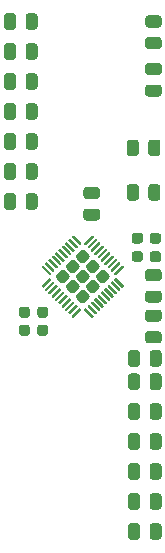
<source format=gtp>
G04 #@! TF.GenerationSoftware,KiCad,Pcbnew,(5.1.10)-1*
G04 #@! TF.CreationDate,2021-11-17T00:20:23+10:00*
G04 #@! TF.ProjectId,IS31FL3743x_Breakout,49533331-464c-4333-9734-33785f427265,rev?*
G04 #@! TF.SameCoordinates,Original*
G04 #@! TF.FileFunction,Paste,Top*
G04 #@! TF.FilePolarity,Positive*
%FSLAX46Y46*%
G04 Gerber Fmt 4.6, Leading zero omitted, Abs format (unit mm)*
G04 Created by KiCad (PCBNEW (5.1.10)-1) date 2021-11-17 00:20:23*
%MOMM*%
%LPD*%
G01*
G04 APERTURE LIST*
G04 APERTURE END LIST*
G36*
G01*
X98979999Y-101362948D02*
X98637052Y-101020001D01*
G75*
G02*
X98637052Y-100677055I171473J171473D01*
G01*
X98979999Y-100334108D01*
G75*
G02*
X99322945Y-100334108I171473J-171473D01*
G01*
X99665892Y-100677055D01*
G75*
G02*
X99665892Y-101020001I-171473J-171473D01*
G01*
X99322945Y-101362948D01*
G75*
G02*
X98979999Y-101362948I-171473J171473D01*
G01*
G37*
G36*
G01*
X98979999Y-99665892D02*
X98637052Y-99322945D01*
G75*
G02*
X98637052Y-98979999I171473J171473D01*
G01*
X98979999Y-98637052D01*
G75*
G02*
X99322945Y-98637052I171473J-171473D01*
G01*
X99665892Y-98979999D01*
G75*
G02*
X99665892Y-99322945I-171473J-171473D01*
G01*
X99322945Y-99665892D01*
G75*
G02*
X98979999Y-99665892I-171473J171473D01*
G01*
G37*
G36*
G01*
X99828527Y-102211476D02*
X99485580Y-101868529D01*
G75*
G02*
X99485580Y-101525583I171473J171473D01*
G01*
X99828527Y-101182636D01*
G75*
G02*
X100171473Y-101182636I171473J-171473D01*
G01*
X100514420Y-101525583D01*
G75*
G02*
X100514420Y-101868529I-171473J-171473D01*
G01*
X100171473Y-102211476D01*
G75*
G02*
X99828527Y-102211476I-171473J171473D01*
G01*
G37*
G36*
G01*
X98131471Y-100514420D02*
X97788524Y-100171473D01*
G75*
G02*
X97788524Y-99828527I171473J171473D01*
G01*
X98131471Y-99485580D01*
G75*
G02*
X98474417Y-99485580I171473J-171473D01*
G01*
X98817364Y-99828527D01*
G75*
G02*
X98817364Y-100171473I-171473J-171473D01*
G01*
X98474417Y-100514420D01*
G75*
G02*
X98131471Y-100514420I-171473J171473D01*
G01*
G37*
G36*
G01*
X99828527Y-100514420D02*
X99485580Y-100171473D01*
G75*
G02*
X99485580Y-99828527I171473J171473D01*
G01*
X99828527Y-99485580D01*
G75*
G02*
X100171473Y-99485580I171473J-171473D01*
G01*
X100514420Y-99828527D01*
G75*
G02*
X100514420Y-100171473I-171473J-171473D01*
G01*
X100171473Y-100514420D01*
G75*
G02*
X99828527Y-100514420I-171473J171473D01*
G01*
G37*
G36*
G01*
X100677055Y-101362948D02*
X100334108Y-101020001D01*
G75*
G02*
X100334108Y-100677055I171473J171473D01*
G01*
X100677055Y-100334108D01*
G75*
G02*
X101020001Y-100334108I171473J-171473D01*
G01*
X101362948Y-100677055D01*
G75*
G02*
X101362948Y-101020001I-171473J-171473D01*
G01*
X101020001Y-101362948D01*
G75*
G02*
X100677055Y-101362948I-171473J171473D01*
G01*
G37*
G36*
G01*
X99828527Y-98817364D02*
X99485580Y-98474417D01*
G75*
G02*
X99485580Y-98131471I171473J171473D01*
G01*
X99828527Y-97788524D01*
G75*
G02*
X100171473Y-97788524I171473J-171473D01*
G01*
X100514420Y-98131471D01*
G75*
G02*
X100514420Y-98474417I-171473J-171473D01*
G01*
X100171473Y-98817364D01*
G75*
G02*
X99828527Y-98817364I-171473J171473D01*
G01*
G37*
G36*
G01*
X100677055Y-99665892D02*
X100334108Y-99322945D01*
G75*
G02*
X100334108Y-98979999I171473J171473D01*
G01*
X100677055Y-98637052D01*
G75*
G02*
X101020001Y-98637052I171473J-171473D01*
G01*
X101362948Y-98979999D01*
G75*
G02*
X101362948Y-99322945I-171473J-171473D01*
G01*
X101020001Y-99665892D01*
G75*
G02*
X100677055Y-99665892I-171473J171473D01*
G01*
G37*
G36*
G01*
X101525583Y-100514420D02*
X101182636Y-100171473D01*
G75*
G02*
X101182636Y-99828527I171473J171473D01*
G01*
X101525583Y-99485580D01*
G75*
G02*
X101868529Y-99485580I171473J-171473D01*
G01*
X102211476Y-99828527D01*
G75*
G02*
X102211476Y-100171473I-171473J-171473D01*
G01*
X101868529Y-100514420D01*
G75*
G02*
X101525583Y-100514420I-171473J171473D01*
G01*
G37*
G36*
G01*
X97165634Y-99866781D02*
X96526975Y-99228122D01*
G75*
G02*
X96526975Y-99159674I34224J34224D01*
G01*
X96614090Y-99072559D01*
G75*
G02*
X96682538Y-99072559I34224J-34224D01*
G01*
X97321197Y-99711218D01*
G75*
G02*
X97321197Y-99779666I-34224J-34224D01*
G01*
X97234082Y-99866781D01*
G75*
G02*
X97165634Y-99866781I-34224J34224D01*
G01*
G37*
G36*
G01*
X97448476Y-99583938D02*
X96809817Y-98945279D01*
G75*
G02*
X96809817Y-98876831I34224J34224D01*
G01*
X96896932Y-98789716D01*
G75*
G02*
X96965380Y-98789716I34224J-34224D01*
G01*
X97604039Y-99428375D01*
G75*
G02*
X97604039Y-99496823I-34224J-34224D01*
G01*
X97516924Y-99583938D01*
G75*
G02*
X97448476Y-99583938I-34224J34224D01*
G01*
G37*
G36*
G01*
X97731319Y-99301095D02*
X97092660Y-98662436D01*
G75*
G02*
X97092660Y-98593988I34224J34224D01*
G01*
X97179775Y-98506873D01*
G75*
G02*
X97248223Y-98506873I34224J-34224D01*
G01*
X97886882Y-99145532D01*
G75*
G02*
X97886882Y-99213980I-34224J-34224D01*
G01*
X97799767Y-99301095D01*
G75*
G02*
X97731319Y-99301095I-34224J34224D01*
G01*
G37*
G36*
G01*
X98014162Y-99018253D02*
X97375503Y-98379594D01*
G75*
G02*
X97375503Y-98311146I34224J34224D01*
G01*
X97462618Y-98224031D01*
G75*
G02*
X97531066Y-98224031I34224J-34224D01*
G01*
X98169725Y-98862690D01*
G75*
G02*
X98169725Y-98931138I-34224J-34224D01*
G01*
X98082610Y-99018253D01*
G75*
G02*
X98014162Y-99018253I-34224J34224D01*
G01*
G37*
G36*
G01*
X98297004Y-98735410D02*
X97658345Y-98096751D01*
G75*
G02*
X97658345Y-98028303I34224J34224D01*
G01*
X97745460Y-97941188D01*
G75*
G02*
X97813908Y-97941188I34224J-34224D01*
G01*
X98452567Y-98579847D01*
G75*
G02*
X98452567Y-98648295I-34224J-34224D01*
G01*
X98365452Y-98735410D01*
G75*
G02*
X98297004Y-98735410I-34224J34224D01*
G01*
G37*
G36*
G01*
X98579847Y-98452567D02*
X97941188Y-97813908D01*
G75*
G02*
X97941188Y-97745460I34224J34224D01*
G01*
X98028303Y-97658345D01*
G75*
G02*
X98096751Y-97658345I34224J-34224D01*
G01*
X98735410Y-98297004D01*
G75*
G02*
X98735410Y-98365452I-34224J-34224D01*
G01*
X98648295Y-98452567D01*
G75*
G02*
X98579847Y-98452567I-34224J34224D01*
G01*
G37*
G36*
G01*
X98862690Y-98169725D02*
X98224031Y-97531066D01*
G75*
G02*
X98224031Y-97462618I34224J34224D01*
G01*
X98311146Y-97375503D01*
G75*
G02*
X98379594Y-97375503I34224J-34224D01*
G01*
X99018253Y-98014162D01*
G75*
G02*
X99018253Y-98082610I-34224J-34224D01*
G01*
X98931138Y-98169725D01*
G75*
G02*
X98862690Y-98169725I-34224J34224D01*
G01*
G37*
G36*
G01*
X99145532Y-97886882D02*
X98506873Y-97248223D01*
G75*
G02*
X98506873Y-97179775I34224J34224D01*
G01*
X98593988Y-97092660D01*
G75*
G02*
X98662436Y-97092660I34224J-34224D01*
G01*
X99301095Y-97731319D01*
G75*
G02*
X99301095Y-97799767I-34224J-34224D01*
G01*
X99213980Y-97886882D01*
G75*
G02*
X99145532Y-97886882I-34224J34224D01*
G01*
G37*
G36*
G01*
X99428375Y-97604039D02*
X98789716Y-96965380D01*
G75*
G02*
X98789716Y-96896932I34224J34224D01*
G01*
X98876831Y-96809817D01*
G75*
G02*
X98945279Y-96809817I34224J-34224D01*
G01*
X99583938Y-97448476D01*
G75*
G02*
X99583938Y-97516924I-34224J-34224D01*
G01*
X99496823Y-97604039D01*
G75*
G02*
X99428375Y-97604039I-34224J34224D01*
G01*
G37*
G36*
G01*
X99711218Y-97321197D02*
X99072559Y-96682538D01*
G75*
G02*
X99072559Y-96614090I34224J34224D01*
G01*
X99159674Y-96526975D01*
G75*
G02*
X99228122Y-96526975I34224J-34224D01*
G01*
X99866781Y-97165634D01*
G75*
G02*
X99866781Y-97234082I-34224J-34224D01*
G01*
X99779666Y-97321197D01*
G75*
G02*
X99711218Y-97321197I-34224J34224D01*
G01*
G37*
G36*
G01*
X100220334Y-97321197D02*
X100133219Y-97234082D01*
G75*
G02*
X100133219Y-97165634I34224J34224D01*
G01*
X100771878Y-96526975D01*
G75*
G02*
X100840326Y-96526975I34224J-34224D01*
G01*
X100927441Y-96614090D01*
G75*
G02*
X100927441Y-96682538I-34224J-34224D01*
G01*
X100288782Y-97321197D01*
G75*
G02*
X100220334Y-97321197I-34224J34224D01*
G01*
G37*
G36*
G01*
X100503177Y-97604039D02*
X100416062Y-97516924D01*
G75*
G02*
X100416062Y-97448476I34224J34224D01*
G01*
X101054721Y-96809817D01*
G75*
G02*
X101123169Y-96809817I34224J-34224D01*
G01*
X101210284Y-96896932D01*
G75*
G02*
X101210284Y-96965380I-34224J-34224D01*
G01*
X100571625Y-97604039D01*
G75*
G02*
X100503177Y-97604039I-34224J34224D01*
G01*
G37*
G36*
G01*
X100786020Y-97886882D02*
X100698905Y-97799767D01*
G75*
G02*
X100698905Y-97731319I34224J34224D01*
G01*
X101337564Y-97092660D01*
G75*
G02*
X101406012Y-97092660I34224J-34224D01*
G01*
X101493127Y-97179775D01*
G75*
G02*
X101493127Y-97248223I-34224J-34224D01*
G01*
X100854468Y-97886882D01*
G75*
G02*
X100786020Y-97886882I-34224J34224D01*
G01*
G37*
G36*
G01*
X101068862Y-98169725D02*
X100981747Y-98082610D01*
G75*
G02*
X100981747Y-98014162I34224J34224D01*
G01*
X101620406Y-97375503D01*
G75*
G02*
X101688854Y-97375503I34224J-34224D01*
G01*
X101775969Y-97462618D01*
G75*
G02*
X101775969Y-97531066I-34224J-34224D01*
G01*
X101137310Y-98169725D01*
G75*
G02*
X101068862Y-98169725I-34224J34224D01*
G01*
G37*
G36*
G01*
X101351705Y-98452567D02*
X101264590Y-98365452D01*
G75*
G02*
X101264590Y-98297004I34224J34224D01*
G01*
X101903249Y-97658345D01*
G75*
G02*
X101971697Y-97658345I34224J-34224D01*
G01*
X102058812Y-97745460D01*
G75*
G02*
X102058812Y-97813908I-34224J-34224D01*
G01*
X101420153Y-98452567D01*
G75*
G02*
X101351705Y-98452567I-34224J34224D01*
G01*
G37*
G36*
G01*
X101634548Y-98735410D02*
X101547433Y-98648295D01*
G75*
G02*
X101547433Y-98579847I34224J34224D01*
G01*
X102186092Y-97941188D01*
G75*
G02*
X102254540Y-97941188I34224J-34224D01*
G01*
X102341655Y-98028303D01*
G75*
G02*
X102341655Y-98096751I-34224J-34224D01*
G01*
X101702996Y-98735410D01*
G75*
G02*
X101634548Y-98735410I-34224J34224D01*
G01*
G37*
G36*
G01*
X101917390Y-99018253D02*
X101830275Y-98931138D01*
G75*
G02*
X101830275Y-98862690I34224J34224D01*
G01*
X102468934Y-98224031D01*
G75*
G02*
X102537382Y-98224031I34224J-34224D01*
G01*
X102624497Y-98311146D01*
G75*
G02*
X102624497Y-98379594I-34224J-34224D01*
G01*
X101985838Y-99018253D01*
G75*
G02*
X101917390Y-99018253I-34224J34224D01*
G01*
G37*
G36*
G01*
X102200233Y-99301095D02*
X102113118Y-99213980D01*
G75*
G02*
X102113118Y-99145532I34224J34224D01*
G01*
X102751777Y-98506873D01*
G75*
G02*
X102820225Y-98506873I34224J-34224D01*
G01*
X102907340Y-98593988D01*
G75*
G02*
X102907340Y-98662436I-34224J-34224D01*
G01*
X102268681Y-99301095D01*
G75*
G02*
X102200233Y-99301095I-34224J34224D01*
G01*
G37*
G36*
G01*
X102483076Y-99583938D02*
X102395961Y-99496823D01*
G75*
G02*
X102395961Y-99428375I34224J34224D01*
G01*
X103034620Y-98789716D01*
G75*
G02*
X103103068Y-98789716I34224J-34224D01*
G01*
X103190183Y-98876831D01*
G75*
G02*
X103190183Y-98945279I-34224J-34224D01*
G01*
X102551524Y-99583938D01*
G75*
G02*
X102483076Y-99583938I-34224J34224D01*
G01*
G37*
G36*
G01*
X102765918Y-99866781D02*
X102678803Y-99779666D01*
G75*
G02*
X102678803Y-99711218I34224J34224D01*
G01*
X103317462Y-99072559D01*
G75*
G02*
X103385910Y-99072559I34224J-34224D01*
G01*
X103473025Y-99159674D01*
G75*
G02*
X103473025Y-99228122I-34224J-34224D01*
G01*
X102834366Y-99866781D01*
G75*
G02*
X102765918Y-99866781I-34224J34224D01*
G01*
G37*
G36*
G01*
X103317462Y-100927441D02*
X102678803Y-100288782D01*
G75*
G02*
X102678803Y-100220334I34224J34224D01*
G01*
X102765918Y-100133219D01*
G75*
G02*
X102834366Y-100133219I34224J-34224D01*
G01*
X103473025Y-100771878D01*
G75*
G02*
X103473025Y-100840326I-34224J-34224D01*
G01*
X103385910Y-100927441D01*
G75*
G02*
X103317462Y-100927441I-34224J34224D01*
G01*
G37*
G36*
G01*
X103034620Y-101210284D02*
X102395961Y-100571625D01*
G75*
G02*
X102395961Y-100503177I34224J34224D01*
G01*
X102483076Y-100416062D01*
G75*
G02*
X102551524Y-100416062I34224J-34224D01*
G01*
X103190183Y-101054721D01*
G75*
G02*
X103190183Y-101123169I-34224J-34224D01*
G01*
X103103068Y-101210284D01*
G75*
G02*
X103034620Y-101210284I-34224J34224D01*
G01*
G37*
G36*
G01*
X102751777Y-101493127D02*
X102113118Y-100854468D01*
G75*
G02*
X102113118Y-100786020I34224J34224D01*
G01*
X102200233Y-100698905D01*
G75*
G02*
X102268681Y-100698905I34224J-34224D01*
G01*
X102907340Y-101337564D01*
G75*
G02*
X102907340Y-101406012I-34224J-34224D01*
G01*
X102820225Y-101493127D01*
G75*
G02*
X102751777Y-101493127I-34224J34224D01*
G01*
G37*
G36*
G01*
X102468934Y-101775969D02*
X101830275Y-101137310D01*
G75*
G02*
X101830275Y-101068862I34224J34224D01*
G01*
X101917390Y-100981747D01*
G75*
G02*
X101985838Y-100981747I34224J-34224D01*
G01*
X102624497Y-101620406D01*
G75*
G02*
X102624497Y-101688854I-34224J-34224D01*
G01*
X102537382Y-101775969D01*
G75*
G02*
X102468934Y-101775969I-34224J34224D01*
G01*
G37*
G36*
G01*
X102186092Y-102058812D02*
X101547433Y-101420153D01*
G75*
G02*
X101547433Y-101351705I34224J34224D01*
G01*
X101634548Y-101264590D01*
G75*
G02*
X101702996Y-101264590I34224J-34224D01*
G01*
X102341655Y-101903249D01*
G75*
G02*
X102341655Y-101971697I-34224J-34224D01*
G01*
X102254540Y-102058812D01*
G75*
G02*
X102186092Y-102058812I-34224J34224D01*
G01*
G37*
G36*
G01*
X101903249Y-102341655D02*
X101264590Y-101702996D01*
G75*
G02*
X101264590Y-101634548I34224J34224D01*
G01*
X101351705Y-101547433D01*
G75*
G02*
X101420153Y-101547433I34224J-34224D01*
G01*
X102058812Y-102186092D01*
G75*
G02*
X102058812Y-102254540I-34224J-34224D01*
G01*
X101971697Y-102341655D01*
G75*
G02*
X101903249Y-102341655I-34224J34224D01*
G01*
G37*
G36*
G01*
X101620406Y-102624497D02*
X100981747Y-101985838D01*
G75*
G02*
X100981747Y-101917390I34224J34224D01*
G01*
X101068862Y-101830275D01*
G75*
G02*
X101137310Y-101830275I34224J-34224D01*
G01*
X101775969Y-102468934D01*
G75*
G02*
X101775969Y-102537382I-34224J-34224D01*
G01*
X101688854Y-102624497D01*
G75*
G02*
X101620406Y-102624497I-34224J34224D01*
G01*
G37*
G36*
G01*
X101337564Y-102907340D02*
X100698905Y-102268681D01*
G75*
G02*
X100698905Y-102200233I34224J34224D01*
G01*
X100786020Y-102113118D01*
G75*
G02*
X100854468Y-102113118I34224J-34224D01*
G01*
X101493127Y-102751777D01*
G75*
G02*
X101493127Y-102820225I-34224J-34224D01*
G01*
X101406012Y-102907340D01*
G75*
G02*
X101337564Y-102907340I-34224J34224D01*
G01*
G37*
G36*
G01*
X101054721Y-103190183D02*
X100416062Y-102551524D01*
G75*
G02*
X100416062Y-102483076I34224J34224D01*
G01*
X100503177Y-102395961D01*
G75*
G02*
X100571625Y-102395961I34224J-34224D01*
G01*
X101210284Y-103034620D01*
G75*
G02*
X101210284Y-103103068I-34224J-34224D01*
G01*
X101123169Y-103190183D01*
G75*
G02*
X101054721Y-103190183I-34224J34224D01*
G01*
G37*
G36*
G01*
X100771878Y-103473025D02*
X100133219Y-102834366D01*
G75*
G02*
X100133219Y-102765918I34224J34224D01*
G01*
X100220334Y-102678803D01*
G75*
G02*
X100288782Y-102678803I34224J-34224D01*
G01*
X100927441Y-103317462D01*
G75*
G02*
X100927441Y-103385910I-34224J-34224D01*
G01*
X100840326Y-103473025D01*
G75*
G02*
X100771878Y-103473025I-34224J34224D01*
G01*
G37*
G36*
G01*
X99159674Y-103473025D02*
X99072559Y-103385910D01*
G75*
G02*
X99072559Y-103317462I34224J34224D01*
G01*
X99711218Y-102678803D01*
G75*
G02*
X99779666Y-102678803I34224J-34224D01*
G01*
X99866781Y-102765918D01*
G75*
G02*
X99866781Y-102834366I-34224J-34224D01*
G01*
X99228122Y-103473025D01*
G75*
G02*
X99159674Y-103473025I-34224J34224D01*
G01*
G37*
G36*
G01*
X98876831Y-103190183D02*
X98789716Y-103103068D01*
G75*
G02*
X98789716Y-103034620I34224J34224D01*
G01*
X99428375Y-102395961D01*
G75*
G02*
X99496823Y-102395961I34224J-34224D01*
G01*
X99583938Y-102483076D01*
G75*
G02*
X99583938Y-102551524I-34224J-34224D01*
G01*
X98945279Y-103190183D01*
G75*
G02*
X98876831Y-103190183I-34224J34224D01*
G01*
G37*
G36*
G01*
X98593988Y-102907340D02*
X98506873Y-102820225D01*
G75*
G02*
X98506873Y-102751777I34224J34224D01*
G01*
X99145532Y-102113118D01*
G75*
G02*
X99213980Y-102113118I34224J-34224D01*
G01*
X99301095Y-102200233D01*
G75*
G02*
X99301095Y-102268681I-34224J-34224D01*
G01*
X98662436Y-102907340D01*
G75*
G02*
X98593988Y-102907340I-34224J34224D01*
G01*
G37*
G36*
G01*
X98311146Y-102624497D02*
X98224031Y-102537382D01*
G75*
G02*
X98224031Y-102468934I34224J34224D01*
G01*
X98862690Y-101830275D01*
G75*
G02*
X98931138Y-101830275I34224J-34224D01*
G01*
X99018253Y-101917390D01*
G75*
G02*
X99018253Y-101985838I-34224J-34224D01*
G01*
X98379594Y-102624497D01*
G75*
G02*
X98311146Y-102624497I-34224J34224D01*
G01*
G37*
G36*
G01*
X98028303Y-102341655D02*
X97941188Y-102254540D01*
G75*
G02*
X97941188Y-102186092I34224J34224D01*
G01*
X98579847Y-101547433D01*
G75*
G02*
X98648295Y-101547433I34224J-34224D01*
G01*
X98735410Y-101634548D01*
G75*
G02*
X98735410Y-101702996I-34224J-34224D01*
G01*
X98096751Y-102341655D01*
G75*
G02*
X98028303Y-102341655I-34224J34224D01*
G01*
G37*
G36*
G01*
X97745460Y-102058812D02*
X97658345Y-101971697D01*
G75*
G02*
X97658345Y-101903249I34224J34224D01*
G01*
X98297004Y-101264590D01*
G75*
G02*
X98365452Y-101264590I34224J-34224D01*
G01*
X98452567Y-101351705D01*
G75*
G02*
X98452567Y-101420153I-34224J-34224D01*
G01*
X97813908Y-102058812D01*
G75*
G02*
X97745460Y-102058812I-34224J34224D01*
G01*
G37*
G36*
G01*
X97462618Y-101775969D02*
X97375503Y-101688854D01*
G75*
G02*
X97375503Y-101620406I34224J34224D01*
G01*
X98014162Y-100981747D01*
G75*
G02*
X98082610Y-100981747I34224J-34224D01*
G01*
X98169725Y-101068862D01*
G75*
G02*
X98169725Y-101137310I-34224J-34224D01*
G01*
X97531066Y-101775969D01*
G75*
G02*
X97462618Y-101775969I-34224J34224D01*
G01*
G37*
G36*
G01*
X97179775Y-101493127D02*
X97092660Y-101406012D01*
G75*
G02*
X97092660Y-101337564I34224J34224D01*
G01*
X97731319Y-100698905D01*
G75*
G02*
X97799767Y-100698905I34224J-34224D01*
G01*
X97886882Y-100786020D01*
G75*
G02*
X97886882Y-100854468I-34224J-34224D01*
G01*
X97248223Y-101493127D01*
G75*
G02*
X97179775Y-101493127I-34224J34224D01*
G01*
G37*
G36*
G01*
X96896932Y-101210284D02*
X96809817Y-101123169D01*
G75*
G02*
X96809817Y-101054721I34224J34224D01*
G01*
X97448476Y-100416062D01*
G75*
G02*
X97516924Y-100416062I34224J-34224D01*
G01*
X97604039Y-100503177D01*
G75*
G02*
X97604039Y-100571625I-34224J-34224D01*
G01*
X96965380Y-101210284D01*
G75*
G02*
X96896932Y-101210284I-34224J34224D01*
G01*
G37*
G36*
G01*
X96614090Y-100927441D02*
X96526975Y-100840326D01*
G75*
G02*
X96526975Y-100771878I34224J34224D01*
G01*
X97165634Y-100133219D01*
G75*
G02*
X97234082Y-100133219I34224J-34224D01*
G01*
X97321197Y-100220334D01*
G75*
G02*
X97321197Y-100288782I-34224J-34224D01*
G01*
X96682538Y-100927441D01*
G75*
G02*
X96614090Y-100927441I-34224J34224D01*
G01*
G37*
G36*
G01*
X104750000Y-92419999D02*
X104750000Y-93320001D01*
G75*
G02*
X104500001Y-93570000I-249999J0D01*
G01*
X103974999Y-93570000D01*
G75*
G02*
X103725000Y-93320001I0J249999D01*
G01*
X103725000Y-92419999D01*
G75*
G02*
X103974999Y-92170000I249999J0D01*
G01*
X104500001Y-92170000D01*
G75*
G02*
X104750000Y-92419999I0J-249999D01*
G01*
G37*
G36*
G01*
X106575000Y-92419999D02*
X106575000Y-93320001D01*
G75*
G02*
X106325001Y-93570000I-249999J0D01*
G01*
X105799999Y-93570000D01*
G75*
G02*
X105550000Y-93320001I0J249999D01*
G01*
X105550000Y-92419999D01*
G75*
G02*
X105799999Y-92170000I249999J0D01*
G01*
X106325001Y-92170000D01*
G75*
G02*
X106575000Y-92419999I0J-249999D01*
G01*
G37*
G36*
G01*
X104750000Y-88649999D02*
X104750000Y-89550001D01*
G75*
G02*
X104500001Y-89800000I-249999J0D01*
G01*
X103974999Y-89800000D01*
G75*
G02*
X103725000Y-89550001I0J249999D01*
G01*
X103725000Y-88649999D01*
G75*
G02*
X103974999Y-88400000I249999J0D01*
G01*
X104500001Y-88400000D01*
G75*
G02*
X104750000Y-88649999I0J-249999D01*
G01*
G37*
G36*
G01*
X106575000Y-88649999D02*
X106575000Y-89550001D01*
G75*
G02*
X106325001Y-89800000I-249999J0D01*
G01*
X105799999Y-89800000D01*
G75*
G02*
X105550000Y-89550001I0J249999D01*
G01*
X105550000Y-88649999D01*
G75*
G02*
X105799999Y-88400000I249999J0D01*
G01*
X106325001Y-88400000D01*
G75*
G02*
X106575000Y-88649999I0J-249999D01*
G01*
G37*
G36*
G01*
X100309999Y-94240000D02*
X101210001Y-94240000D01*
G75*
G02*
X101460000Y-94489999I0J-249999D01*
G01*
X101460000Y-95015001D01*
G75*
G02*
X101210001Y-95265000I-249999J0D01*
G01*
X100309999Y-95265000D01*
G75*
G02*
X100060000Y-95015001I0J249999D01*
G01*
X100060000Y-94489999D01*
G75*
G02*
X100309999Y-94240000I249999J0D01*
G01*
G37*
G36*
G01*
X100309999Y-92415000D02*
X101210001Y-92415000D01*
G75*
G02*
X101460000Y-92664999I0J-249999D01*
G01*
X101460000Y-93190001D01*
G75*
G02*
X101210001Y-93440000I-249999J0D01*
G01*
X100309999Y-93440000D01*
G75*
G02*
X100060000Y-93190001I0J249999D01*
G01*
X100060000Y-92664999D01*
G75*
G02*
X100309999Y-92415000I249999J0D01*
G01*
G37*
G36*
G01*
X104850000Y-121139999D02*
X104850000Y-122040001D01*
G75*
G02*
X104600001Y-122290000I-249999J0D01*
G01*
X104074999Y-122290000D01*
G75*
G02*
X103825000Y-122040001I0J249999D01*
G01*
X103825000Y-121139999D01*
G75*
G02*
X104074999Y-120890000I249999J0D01*
G01*
X104600001Y-120890000D01*
G75*
G02*
X104850000Y-121139999I0J-249999D01*
G01*
G37*
G36*
G01*
X106675000Y-121139999D02*
X106675000Y-122040001D01*
G75*
G02*
X106425001Y-122290000I-249999J0D01*
G01*
X105899999Y-122290000D01*
G75*
G02*
X105650000Y-122040001I0J249999D01*
G01*
X105650000Y-121139999D01*
G75*
G02*
X105899999Y-120890000I249999J0D01*
G01*
X106425001Y-120890000D01*
G75*
G02*
X106675000Y-121139999I0J-249999D01*
G01*
G37*
G36*
G01*
X104850000Y-118599999D02*
X104850000Y-119500001D01*
G75*
G02*
X104600001Y-119750000I-249999J0D01*
G01*
X104074999Y-119750000D01*
G75*
G02*
X103825000Y-119500001I0J249999D01*
G01*
X103825000Y-118599999D01*
G75*
G02*
X104074999Y-118350000I249999J0D01*
G01*
X104600001Y-118350000D01*
G75*
G02*
X104850000Y-118599999I0J-249999D01*
G01*
G37*
G36*
G01*
X106675000Y-118599999D02*
X106675000Y-119500001D01*
G75*
G02*
X106425001Y-119750000I-249999J0D01*
G01*
X105899999Y-119750000D01*
G75*
G02*
X105650000Y-119500001I0J249999D01*
G01*
X105650000Y-118599999D01*
G75*
G02*
X105899999Y-118350000I249999J0D01*
G01*
X106425001Y-118350000D01*
G75*
G02*
X106675000Y-118599999I0J-249999D01*
G01*
G37*
G36*
G01*
X104850000Y-116059999D02*
X104850000Y-116960001D01*
G75*
G02*
X104600001Y-117210000I-249999J0D01*
G01*
X104074999Y-117210000D01*
G75*
G02*
X103825000Y-116960001I0J249999D01*
G01*
X103825000Y-116059999D01*
G75*
G02*
X104074999Y-115810000I249999J0D01*
G01*
X104600001Y-115810000D01*
G75*
G02*
X104850000Y-116059999I0J-249999D01*
G01*
G37*
G36*
G01*
X106675000Y-116059999D02*
X106675000Y-116960001D01*
G75*
G02*
X106425001Y-117210000I-249999J0D01*
G01*
X105899999Y-117210000D01*
G75*
G02*
X105650000Y-116960001I0J249999D01*
G01*
X105650000Y-116059999D01*
G75*
G02*
X105899999Y-115810000I249999J0D01*
G01*
X106425001Y-115810000D01*
G75*
G02*
X106675000Y-116059999I0J-249999D01*
G01*
G37*
G36*
G01*
X104850000Y-113519999D02*
X104850000Y-114420001D01*
G75*
G02*
X104600001Y-114670000I-249999J0D01*
G01*
X104074999Y-114670000D01*
G75*
G02*
X103825000Y-114420001I0J249999D01*
G01*
X103825000Y-113519999D01*
G75*
G02*
X104074999Y-113270000I249999J0D01*
G01*
X104600001Y-113270000D01*
G75*
G02*
X104850000Y-113519999I0J-249999D01*
G01*
G37*
G36*
G01*
X106675000Y-113519999D02*
X106675000Y-114420001D01*
G75*
G02*
X106425001Y-114670000I-249999J0D01*
G01*
X105899999Y-114670000D01*
G75*
G02*
X105650000Y-114420001I0J249999D01*
G01*
X105650000Y-113519999D01*
G75*
G02*
X105899999Y-113270000I249999J0D01*
G01*
X106425001Y-113270000D01*
G75*
G02*
X106675000Y-113519999I0J-249999D01*
G01*
G37*
G36*
G01*
X104850000Y-110979999D02*
X104850000Y-111880001D01*
G75*
G02*
X104600001Y-112130000I-249999J0D01*
G01*
X104074999Y-112130000D01*
G75*
G02*
X103825000Y-111880001I0J249999D01*
G01*
X103825000Y-110979999D01*
G75*
G02*
X104074999Y-110730000I249999J0D01*
G01*
X104600001Y-110730000D01*
G75*
G02*
X104850000Y-110979999I0J-249999D01*
G01*
G37*
G36*
G01*
X106675000Y-110979999D02*
X106675000Y-111880001D01*
G75*
G02*
X106425001Y-112130000I-249999J0D01*
G01*
X105899999Y-112130000D01*
G75*
G02*
X105650000Y-111880001I0J249999D01*
G01*
X105650000Y-110979999D01*
G75*
G02*
X105899999Y-110730000I249999J0D01*
G01*
X106425001Y-110730000D01*
G75*
G02*
X106675000Y-110979999I0J-249999D01*
G01*
G37*
G36*
G01*
X104850000Y-108449999D02*
X104850000Y-109350001D01*
G75*
G02*
X104600001Y-109600000I-249999J0D01*
G01*
X104074999Y-109600000D01*
G75*
G02*
X103825000Y-109350001I0J249999D01*
G01*
X103825000Y-108449999D01*
G75*
G02*
X104074999Y-108200000I249999J0D01*
G01*
X104600001Y-108200000D01*
G75*
G02*
X104850000Y-108449999I0J-249999D01*
G01*
G37*
G36*
G01*
X106675000Y-108449999D02*
X106675000Y-109350001D01*
G75*
G02*
X106425001Y-109600000I-249999J0D01*
G01*
X105899999Y-109600000D01*
G75*
G02*
X105650000Y-109350001I0J249999D01*
G01*
X105650000Y-108449999D01*
G75*
G02*
X105899999Y-108200000I249999J0D01*
G01*
X106425001Y-108200000D01*
G75*
G02*
X106675000Y-108449999I0J-249999D01*
G01*
G37*
G36*
G01*
X104850000Y-106479999D02*
X104850000Y-107380001D01*
G75*
G02*
X104600001Y-107630000I-249999J0D01*
G01*
X104074999Y-107630000D01*
G75*
G02*
X103825000Y-107380001I0J249999D01*
G01*
X103825000Y-106479999D01*
G75*
G02*
X104074999Y-106230000I249999J0D01*
G01*
X104600001Y-106230000D01*
G75*
G02*
X104850000Y-106479999I0J-249999D01*
G01*
G37*
G36*
G01*
X106675000Y-106479999D02*
X106675000Y-107380001D01*
G75*
G02*
X106425001Y-107630000I-249999J0D01*
G01*
X105899999Y-107630000D01*
G75*
G02*
X105650000Y-107380001I0J249999D01*
G01*
X105650000Y-106479999D01*
G75*
G02*
X105899999Y-106230000I249999J0D01*
G01*
X106425001Y-106230000D01*
G75*
G02*
X106675000Y-106479999I0J-249999D01*
G01*
G37*
G36*
G01*
X106430001Y-103830000D02*
X105529999Y-103830000D01*
G75*
G02*
X105280000Y-103580001I0J249999D01*
G01*
X105280000Y-103054999D01*
G75*
G02*
X105529999Y-102805000I249999J0D01*
G01*
X106430001Y-102805000D01*
G75*
G02*
X106680000Y-103054999I0J-249999D01*
G01*
X106680000Y-103580001D01*
G75*
G02*
X106430001Y-103830000I-249999J0D01*
G01*
G37*
G36*
G01*
X106430001Y-105655000D02*
X105529999Y-105655000D01*
G75*
G02*
X105280000Y-105405001I0J249999D01*
G01*
X105280000Y-104879999D01*
G75*
G02*
X105529999Y-104630000I249999J0D01*
G01*
X106430001Y-104630000D01*
G75*
G02*
X106680000Y-104879999I0J-249999D01*
G01*
X106680000Y-105405001D01*
G75*
G02*
X106430001Y-105655000I-249999J0D01*
G01*
G37*
G36*
G01*
X106430001Y-100390000D02*
X105529999Y-100390000D01*
G75*
G02*
X105280000Y-100140001I0J249999D01*
G01*
X105280000Y-99614999D01*
G75*
G02*
X105529999Y-99365000I249999J0D01*
G01*
X106430001Y-99365000D01*
G75*
G02*
X106680000Y-99614999I0J-249999D01*
G01*
X106680000Y-100140001D01*
G75*
G02*
X106430001Y-100390000I-249999J0D01*
G01*
G37*
G36*
G01*
X106430001Y-102215000D02*
X105529999Y-102215000D01*
G75*
G02*
X105280000Y-101965001I0J249999D01*
G01*
X105280000Y-101439999D01*
G75*
G02*
X105529999Y-101190000I249999J0D01*
G01*
X106430001Y-101190000D01*
G75*
G02*
X106680000Y-101439999I0J-249999D01*
G01*
X106680000Y-101965001D01*
G75*
G02*
X106430001Y-102215000I-249999J0D01*
G01*
G37*
G36*
G01*
X105529999Y-83740000D02*
X106430001Y-83740000D01*
G75*
G02*
X106680000Y-83989999I0J-249999D01*
G01*
X106680000Y-84515001D01*
G75*
G02*
X106430001Y-84765000I-249999J0D01*
G01*
X105529999Y-84765000D01*
G75*
G02*
X105280000Y-84515001I0J249999D01*
G01*
X105280000Y-83989999D01*
G75*
G02*
X105529999Y-83740000I249999J0D01*
G01*
G37*
G36*
G01*
X105529999Y-81915000D02*
X106430001Y-81915000D01*
G75*
G02*
X106680000Y-82164999I0J-249999D01*
G01*
X106680000Y-82690001D01*
G75*
G02*
X106430001Y-82940000I-249999J0D01*
G01*
X105529999Y-82940000D01*
G75*
G02*
X105280000Y-82690001I0J249999D01*
G01*
X105280000Y-82164999D01*
G75*
G02*
X105529999Y-81915000I249999J0D01*
G01*
G37*
G36*
G01*
X105529999Y-79720000D02*
X106430001Y-79720000D01*
G75*
G02*
X106680000Y-79969999I0J-249999D01*
G01*
X106680000Y-80495001D01*
G75*
G02*
X106430001Y-80745000I-249999J0D01*
G01*
X105529999Y-80745000D01*
G75*
G02*
X105280000Y-80495001I0J249999D01*
G01*
X105280000Y-79969999D01*
G75*
G02*
X105529999Y-79720000I249999J0D01*
G01*
G37*
G36*
G01*
X105529999Y-77895000D02*
X106430001Y-77895000D01*
G75*
G02*
X106680000Y-78144999I0J-249999D01*
G01*
X106680000Y-78670001D01*
G75*
G02*
X106430001Y-78920000I-249999J0D01*
G01*
X105529999Y-78920000D01*
G75*
G02*
X105280000Y-78670001I0J249999D01*
G01*
X105280000Y-78144999D01*
G75*
G02*
X105529999Y-77895000I249999J0D01*
G01*
G37*
G36*
G01*
X95150000Y-78860001D02*
X95150000Y-77959999D01*
G75*
G02*
X95399999Y-77710000I249999J0D01*
G01*
X95925001Y-77710000D01*
G75*
G02*
X96175000Y-77959999I0J-249999D01*
G01*
X96175000Y-78860001D01*
G75*
G02*
X95925001Y-79110000I-249999J0D01*
G01*
X95399999Y-79110000D01*
G75*
G02*
X95150000Y-78860001I0J249999D01*
G01*
G37*
G36*
G01*
X93325000Y-78860001D02*
X93325000Y-77959999D01*
G75*
G02*
X93574999Y-77710000I249999J0D01*
G01*
X94100001Y-77710000D01*
G75*
G02*
X94350000Y-77959999I0J-249999D01*
G01*
X94350000Y-78860001D01*
G75*
G02*
X94100001Y-79110000I-249999J0D01*
G01*
X93574999Y-79110000D01*
G75*
G02*
X93325000Y-78860001I0J249999D01*
G01*
G37*
G36*
G01*
X95150000Y-81400001D02*
X95150000Y-80499999D01*
G75*
G02*
X95399999Y-80250000I249999J0D01*
G01*
X95925001Y-80250000D01*
G75*
G02*
X96175000Y-80499999I0J-249999D01*
G01*
X96175000Y-81400001D01*
G75*
G02*
X95925001Y-81650000I-249999J0D01*
G01*
X95399999Y-81650000D01*
G75*
G02*
X95150000Y-81400001I0J249999D01*
G01*
G37*
G36*
G01*
X93325000Y-81400001D02*
X93325000Y-80499999D01*
G75*
G02*
X93574999Y-80250000I249999J0D01*
G01*
X94100001Y-80250000D01*
G75*
G02*
X94350000Y-80499999I0J-249999D01*
G01*
X94350000Y-81400001D01*
G75*
G02*
X94100001Y-81650000I-249999J0D01*
G01*
X93574999Y-81650000D01*
G75*
G02*
X93325000Y-81400001I0J249999D01*
G01*
G37*
G36*
G01*
X95150000Y-83940001D02*
X95150000Y-83039999D01*
G75*
G02*
X95399999Y-82790000I249999J0D01*
G01*
X95925001Y-82790000D01*
G75*
G02*
X96175000Y-83039999I0J-249999D01*
G01*
X96175000Y-83940001D01*
G75*
G02*
X95925001Y-84190000I-249999J0D01*
G01*
X95399999Y-84190000D01*
G75*
G02*
X95150000Y-83940001I0J249999D01*
G01*
G37*
G36*
G01*
X93325000Y-83940001D02*
X93325000Y-83039999D01*
G75*
G02*
X93574999Y-82790000I249999J0D01*
G01*
X94100001Y-82790000D01*
G75*
G02*
X94350000Y-83039999I0J-249999D01*
G01*
X94350000Y-83940001D01*
G75*
G02*
X94100001Y-84190000I-249999J0D01*
G01*
X93574999Y-84190000D01*
G75*
G02*
X93325000Y-83940001I0J249999D01*
G01*
G37*
G36*
G01*
X95150000Y-86480001D02*
X95150000Y-85579999D01*
G75*
G02*
X95399999Y-85330000I249999J0D01*
G01*
X95925001Y-85330000D01*
G75*
G02*
X96175000Y-85579999I0J-249999D01*
G01*
X96175000Y-86480001D01*
G75*
G02*
X95925001Y-86730000I-249999J0D01*
G01*
X95399999Y-86730000D01*
G75*
G02*
X95150000Y-86480001I0J249999D01*
G01*
G37*
G36*
G01*
X93325000Y-86480001D02*
X93325000Y-85579999D01*
G75*
G02*
X93574999Y-85330000I249999J0D01*
G01*
X94100001Y-85330000D01*
G75*
G02*
X94350000Y-85579999I0J-249999D01*
G01*
X94350000Y-86480001D01*
G75*
G02*
X94100001Y-86730000I-249999J0D01*
G01*
X93574999Y-86730000D01*
G75*
G02*
X93325000Y-86480001I0J249999D01*
G01*
G37*
G36*
G01*
X95150000Y-89020001D02*
X95150000Y-88119999D01*
G75*
G02*
X95399999Y-87870000I249999J0D01*
G01*
X95925001Y-87870000D01*
G75*
G02*
X96175000Y-88119999I0J-249999D01*
G01*
X96175000Y-89020001D01*
G75*
G02*
X95925001Y-89270000I-249999J0D01*
G01*
X95399999Y-89270000D01*
G75*
G02*
X95150000Y-89020001I0J249999D01*
G01*
G37*
G36*
G01*
X93325000Y-89020001D02*
X93325000Y-88119999D01*
G75*
G02*
X93574999Y-87870000I249999J0D01*
G01*
X94100001Y-87870000D01*
G75*
G02*
X94350000Y-88119999I0J-249999D01*
G01*
X94350000Y-89020001D01*
G75*
G02*
X94100001Y-89270000I-249999J0D01*
G01*
X93574999Y-89270000D01*
G75*
G02*
X93325000Y-89020001I0J249999D01*
G01*
G37*
G36*
G01*
X95150000Y-91560001D02*
X95150000Y-90659999D01*
G75*
G02*
X95399999Y-90410000I249999J0D01*
G01*
X95925001Y-90410000D01*
G75*
G02*
X96175000Y-90659999I0J-249999D01*
G01*
X96175000Y-91560001D01*
G75*
G02*
X95925001Y-91810000I-249999J0D01*
G01*
X95399999Y-91810000D01*
G75*
G02*
X95150000Y-91560001I0J249999D01*
G01*
G37*
G36*
G01*
X93325000Y-91560001D02*
X93325000Y-90659999D01*
G75*
G02*
X93574999Y-90410000I249999J0D01*
G01*
X94100001Y-90410000D01*
G75*
G02*
X94350000Y-90659999I0J-249999D01*
G01*
X94350000Y-91560001D01*
G75*
G02*
X94100001Y-91810000I-249999J0D01*
G01*
X93574999Y-91810000D01*
G75*
G02*
X93325000Y-91560001I0J249999D01*
G01*
G37*
G36*
G01*
X95150000Y-94100001D02*
X95150000Y-93199999D01*
G75*
G02*
X95399999Y-92950000I249999J0D01*
G01*
X95925001Y-92950000D01*
G75*
G02*
X96175000Y-93199999I0J-249999D01*
G01*
X96175000Y-94100001D01*
G75*
G02*
X95925001Y-94350000I-249999J0D01*
G01*
X95399999Y-94350000D01*
G75*
G02*
X95150000Y-94100001I0J249999D01*
G01*
G37*
G36*
G01*
X93325000Y-94100001D02*
X93325000Y-93199999D01*
G75*
G02*
X93574999Y-92950000I249999J0D01*
G01*
X94100001Y-92950000D01*
G75*
G02*
X94350000Y-93199999I0J-249999D01*
G01*
X94350000Y-94100001D01*
G75*
G02*
X94100001Y-94350000I-249999J0D01*
G01*
X93574999Y-94350000D01*
G75*
G02*
X93325000Y-94100001I0J249999D01*
G01*
G37*
G36*
G01*
X106400000Y-97215000D02*
X105900000Y-97215000D01*
G75*
G02*
X105675000Y-96990000I0J225000D01*
G01*
X105675000Y-96540000D01*
G75*
G02*
X105900000Y-96315000I225000J0D01*
G01*
X106400000Y-96315000D01*
G75*
G02*
X106625000Y-96540000I0J-225000D01*
G01*
X106625000Y-96990000D01*
G75*
G02*
X106400000Y-97215000I-225000J0D01*
G01*
G37*
G36*
G01*
X106400000Y-98765000D02*
X105900000Y-98765000D01*
G75*
G02*
X105675000Y-98540000I0J225000D01*
G01*
X105675000Y-98090000D01*
G75*
G02*
X105900000Y-97865000I225000J0D01*
G01*
X106400000Y-97865000D01*
G75*
G02*
X106625000Y-98090000I0J-225000D01*
G01*
X106625000Y-98540000D01*
G75*
G02*
X106400000Y-98765000I-225000J0D01*
G01*
G37*
G36*
G01*
X95505000Y-104300000D02*
X95505000Y-104800000D01*
G75*
G02*
X95280000Y-105025000I-225000J0D01*
G01*
X94830000Y-105025000D01*
G75*
G02*
X94605000Y-104800000I0J225000D01*
G01*
X94605000Y-104300000D01*
G75*
G02*
X94830000Y-104075000I225000J0D01*
G01*
X95280000Y-104075000D01*
G75*
G02*
X95505000Y-104300000I0J-225000D01*
G01*
G37*
G36*
G01*
X97055000Y-104300000D02*
X97055000Y-104800000D01*
G75*
G02*
X96830000Y-105025000I-225000J0D01*
G01*
X96380000Y-105025000D01*
G75*
G02*
X96155000Y-104800000I0J225000D01*
G01*
X96155000Y-104300000D01*
G75*
G02*
X96380000Y-104075000I225000J0D01*
G01*
X96830000Y-104075000D01*
G75*
G02*
X97055000Y-104300000I0J-225000D01*
G01*
G37*
G36*
G01*
X104870000Y-97205000D02*
X104370000Y-97205000D01*
G75*
G02*
X104145000Y-96980000I0J225000D01*
G01*
X104145000Y-96530000D01*
G75*
G02*
X104370000Y-96305000I225000J0D01*
G01*
X104870000Y-96305000D01*
G75*
G02*
X105095000Y-96530000I0J-225000D01*
G01*
X105095000Y-96980000D01*
G75*
G02*
X104870000Y-97205000I-225000J0D01*
G01*
G37*
G36*
G01*
X104870000Y-98755000D02*
X104370000Y-98755000D01*
G75*
G02*
X104145000Y-98530000I0J225000D01*
G01*
X104145000Y-98080000D01*
G75*
G02*
X104370000Y-97855000I225000J0D01*
G01*
X104870000Y-97855000D01*
G75*
G02*
X105095000Y-98080000I0J-225000D01*
G01*
X105095000Y-98530000D01*
G75*
G02*
X104870000Y-98755000I-225000J0D01*
G01*
G37*
G36*
G01*
X95505000Y-102770000D02*
X95505000Y-103270000D01*
G75*
G02*
X95280000Y-103495000I-225000J0D01*
G01*
X94830000Y-103495000D01*
G75*
G02*
X94605000Y-103270000I0J225000D01*
G01*
X94605000Y-102770000D01*
G75*
G02*
X94830000Y-102545000I225000J0D01*
G01*
X95280000Y-102545000D01*
G75*
G02*
X95505000Y-102770000I0J-225000D01*
G01*
G37*
G36*
G01*
X97055000Y-102770000D02*
X97055000Y-103270000D01*
G75*
G02*
X96830000Y-103495000I-225000J0D01*
G01*
X96380000Y-103495000D01*
G75*
G02*
X96155000Y-103270000I0J225000D01*
G01*
X96155000Y-102770000D01*
G75*
G02*
X96380000Y-102545000I225000J0D01*
G01*
X96830000Y-102545000D01*
G75*
G02*
X97055000Y-102770000I0J-225000D01*
G01*
G37*
M02*

</source>
